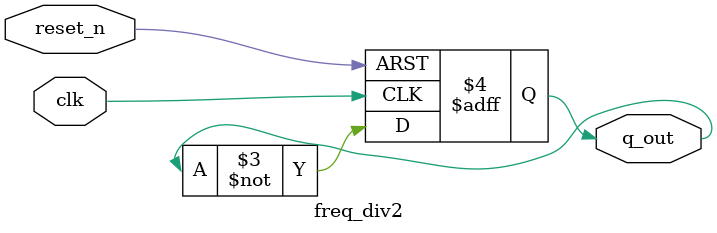
<source format=v>
`timescale 1ns / 1ps


module freq_div2(
    input clk,reset_n,
    output reg q_out
    );
    always@(posedge clk, negedge reset_n)
    begin
        if(!reset_n)
            q_out <= 1'b0;
        else
            q_out <= ~q_out;
    end
endmodule

</source>
